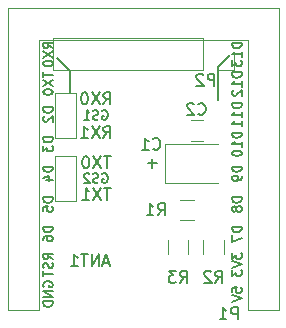
<source format=gbr>
G04 #@! TF.FileFunction,Legend,Bot*
%FSLAX46Y46*%
G04 Gerber Fmt 4.6, Leading zero omitted, Abs format (unit mm)*
G04 Created by KiCad (PCBNEW 4.0.6) date 08/13/17 18:46:42*
%MOMM*%
%LPD*%
G01*
G04 APERTURE LIST*
%ADD10C,0.100000*%
%ADD11C,0.150000*%
%ADD12C,0.120000*%
G04 APERTURE END LIST*
D10*
D11*
X152541952Y-77096429D02*
X151780047Y-77096429D01*
X152160999Y-77477381D02*
X152160999Y-76715476D01*
X148639095Y-79167381D02*
X148067666Y-79167381D01*
X148353381Y-80167381D02*
X148353381Y-79167381D01*
X147829571Y-79167381D02*
X147162904Y-80167381D01*
X147162904Y-79167381D02*
X147829571Y-80167381D01*
X146258142Y-80167381D02*
X146829571Y-80167381D01*
X146543857Y-80167381D02*
X146543857Y-79167381D01*
X146639095Y-79310238D01*
X146734333Y-79405476D01*
X146829571Y-79453095D01*
X148639095Y-76507381D02*
X148067666Y-76507381D01*
X148353381Y-77507381D02*
X148353381Y-76507381D01*
X147829571Y-76507381D02*
X147162904Y-77507381D01*
X147162904Y-76507381D02*
X147829571Y-77507381D01*
X146591476Y-76507381D02*
X146496237Y-76507381D01*
X146400999Y-76555000D01*
X146353380Y-76602619D01*
X146305761Y-76697857D01*
X146258142Y-76888333D01*
X146258142Y-77126429D01*
X146305761Y-77316905D01*
X146353380Y-77412143D01*
X146400999Y-77459762D01*
X146496237Y-77507381D01*
X146591476Y-77507381D01*
X146686714Y-77459762D01*
X146734333Y-77412143D01*
X146781952Y-77316905D01*
X146829571Y-77126429D01*
X146829571Y-76888333D01*
X146781952Y-76697857D01*
X146734333Y-76602619D01*
X146686714Y-76555000D01*
X146591476Y-76507381D01*
X148043857Y-74957381D02*
X148377191Y-74481190D01*
X148615286Y-74957381D02*
X148615286Y-73957381D01*
X148234333Y-73957381D01*
X148139095Y-74005000D01*
X148091476Y-74052619D01*
X148043857Y-74147857D01*
X148043857Y-74290714D01*
X148091476Y-74385952D01*
X148139095Y-74433571D01*
X148234333Y-74481190D01*
X148615286Y-74481190D01*
X147710524Y-73957381D02*
X147043857Y-74957381D01*
X147043857Y-73957381D02*
X147710524Y-74957381D01*
X146139095Y-74957381D02*
X146710524Y-74957381D01*
X146424810Y-74957381D02*
X146424810Y-73957381D01*
X146520048Y-74100238D01*
X146615286Y-74195476D01*
X146710524Y-74243095D01*
X148043857Y-72097381D02*
X148377191Y-71621190D01*
X148615286Y-72097381D02*
X148615286Y-71097381D01*
X148234333Y-71097381D01*
X148139095Y-71145000D01*
X148091476Y-71192619D01*
X148043857Y-71287857D01*
X148043857Y-71430714D01*
X148091476Y-71525952D01*
X148139095Y-71573571D01*
X148234333Y-71621190D01*
X148615286Y-71621190D01*
X147710524Y-71097381D02*
X147043857Y-72097381D01*
X147043857Y-71097381D02*
X147710524Y-72097381D01*
X146472429Y-71097381D02*
X146377190Y-71097381D01*
X146281952Y-71145000D01*
X146234333Y-71192619D01*
X146186714Y-71287857D01*
X146139095Y-71478333D01*
X146139095Y-71716429D01*
X146186714Y-71906905D01*
X146234333Y-72002143D01*
X146281952Y-72049762D01*
X146377190Y-72097381D01*
X146472429Y-72097381D01*
X146567667Y-72049762D01*
X146615286Y-72002143D01*
X146662905Y-71906905D01*
X146710524Y-71716429D01*
X146710524Y-71478333D01*
X146662905Y-71287857D01*
X146615286Y-71192619D01*
X146567667Y-71145000D01*
X146472429Y-71097381D01*
D12*
X145731000Y-71125000D02*
X145731000Y-74945000D01*
X145731000Y-74945000D02*
X143951000Y-74945000D01*
X143951000Y-74945000D02*
X143951000Y-71125000D01*
X145731000Y-71125000D02*
X143951000Y-71125000D01*
X153221000Y-78765000D02*
X157771000Y-78765000D01*
X153221000Y-75465000D02*
X157771000Y-75465000D01*
X153221000Y-78765000D02*
X153221000Y-75465000D01*
X156461000Y-75175000D02*
X155461000Y-75175000D01*
X155461000Y-73475000D02*
X156461000Y-73475000D01*
X145731000Y-76485000D02*
X145731000Y-80305000D01*
X145731000Y-80305000D02*
X143951000Y-80305000D01*
X143951000Y-80305000D02*
X143951000Y-76485000D01*
X145731000Y-76485000D02*
X143951000Y-76485000D01*
X156491000Y-69175000D02*
X143731000Y-69175000D01*
X143731000Y-69175000D02*
X143731000Y-66515000D01*
X143731000Y-66515000D02*
X156491000Y-66515000D01*
X156491000Y-66515000D02*
X156491000Y-69175000D01*
X157761000Y-69175000D02*
X159091000Y-69175000D01*
X159091000Y-69175000D02*
X159091000Y-67845000D01*
X154481000Y-81935000D02*
X155681000Y-81935000D01*
X155681000Y-80175000D02*
X154481000Y-80175000D01*
X158231000Y-84765000D02*
X158231000Y-83565000D01*
X156471000Y-83565000D02*
X156471000Y-84765000D01*
X155231000Y-84765000D02*
X155231000Y-83565000D01*
X153471000Y-83565000D02*
X153471000Y-84765000D01*
D11*
X145171000Y-69265000D02*
X144071000Y-68165000D01*
X145171000Y-69265000D02*
X145171000Y-71065000D01*
X158771000Y-67965000D02*
X157771000Y-68965000D01*
X157771000Y-68965000D02*
X157771000Y-71765000D01*
D12*
X139921000Y-89495000D02*
X139921000Y-63975000D01*
X139921000Y-63975000D02*
X162901000Y-63975000D01*
X162901000Y-89495000D02*
X162901000Y-63975000D01*
X160241000Y-89495000D02*
X160241000Y-66635000D01*
X160241000Y-66635000D02*
X142581000Y-66635000D01*
X142581000Y-89495000D02*
X142581000Y-66635000D01*
X142581000Y-89495000D02*
X142581000Y-82685000D01*
X162901000Y-89495000D02*
X160241000Y-89495000D01*
X139921000Y-89495000D02*
X142581000Y-89495000D01*
X162901000Y-67845000D02*
X162901000Y-66515000D01*
D11*
X147953381Y-72635000D02*
X148029572Y-72596905D01*
X148143857Y-72596905D01*
X148258143Y-72635000D01*
X148334334Y-72711190D01*
X148372429Y-72787381D01*
X148410524Y-72939762D01*
X148410524Y-73054048D01*
X148372429Y-73206429D01*
X148334334Y-73282619D01*
X148258143Y-73358810D01*
X148143857Y-73396905D01*
X148067667Y-73396905D01*
X147953381Y-73358810D01*
X147915286Y-73320714D01*
X147915286Y-73054048D01*
X148067667Y-73054048D01*
X147610524Y-73358810D02*
X147496238Y-73396905D01*
X147305762Y-73396905D01*
X147229572Y-73358810D01*
X147191476Y-73320714D01*
X147153381Y-73244524D01*
X147153381Y-73168333D01*
X147191476Y-73092143D01*
X147229572Y-73054048D01*
X147305762Y-73015952D01*
X147458143Y-72977857D01*
X147534334Y-72939762D01*
X147572429Y-72901667D01*
X147610524Y-72825476D01*
X147610524Y-72749286D01*
X147572429Y-72673095D01*
X147534334Y-72635000D01*
X147458143Y-72596905D01*
X147267667Y-72596905D01*
X147153381Y-72635000D01*
X146391476Y-73396905D02*
X146848619Y-73396905D01*
X146620048Y-73396905D02*
X146620048Y-72596905D01*
X146696238Y-72711190D01*
X146772429Y-72787381D01*
X146848619Y-72825476D01*
X152247666Y-75852143D02*
X152295285Y-75899762D01*
X152438142Y-75947381D01*
X152533380Y-75947381D01*
X152676238Y-75899762D01*
X152771476Y-75804524D01*
X152819095Y-75709286D01*
X152866714Y-75518810D01*
X152866714Y-75375952D01*
X152819095Y-75185476D01*
X152771476Y-75090238D01*
X152676238Y-74995000D01*
X152533380Y-74947381D01*
X152438142Y-74947381D01*
X152295285Y-74995000D01*
X152247666Y-75042619D01*
X151295285Y-75947381D02*
X151866714Y-75947381D01*
X151581000Y-75947381D02*
X151581000Y-74947381D01*
X151676238Y-75090238D01*
X151771476Y-75185476D01*
X151866714Y-75233095D01*
X156067666Y-72902143D02*
X156115285Y-72949762D01*
X156258142Y-72997381D01*
X156353380Y-72997381D01*
X156496238Y-72949762D01*
X156591476Y-72854524D01*
X156639095Y-72759286D01*
X156686714Y-72568810D01*
X156686714Y-72425952D01*
X156639095Y-72235476D01*
X156591476Y-72140238D01*
X156496238Y-72045000D01*
X156353380Y-71997381D01*
X156258142Y-71997381D01*
X156115285Y-72045000D01*
X156067666Y-72092619D01*
X155686714Y-72092619D02*
X155639095Y-72045000D01*
X155543857Y-71997381D01*
X155305761Y-71997381D01*
X155210523Y-72045000D01*
X155162904Y-72092619D01*
X155115285Y-72187857D01*
X155115285Y-72283095D01*
X155162904Y-72425952D01*
X155734333Y-72997381D01*
X155115285Y-72997381D01*
X147953381Y-77995000D02*
X148029572Y-77956905D01*
X148143857Y-77956905D01*
X148258143Y-77995000D01*
X148334334Y-78071190D01*
X148372429Y-78147381D01*
X148410524Y-78299762D01*
X148410524Y-78414048D01*
X148372429Y-78566429D01*
X148334334Y-78642619D01*
X148258143Y-78718810D01*
X148143857Y-78756905D01*
X148067667Y-78756905D01*
X147953381Y-78718810D01*
X147915286Y-78680714D01*
X147915286Y-78414048D01*
X148067667Y-78414048D01*
X147610524Y-78718810D02*
X147496238Y-78756905D01*
X147305762Y-78756905D01*
X147229572Y-78718810D01*
X147191476Y-78680714D01*
X147153381Y-78604524D01*
X147153381Y-78528333D01*
X147191476Y-78452143D01*
X147229572Y-78414048D01*
X147305762Y-78375952D01*
X147458143Y-78337857D01*
X147534334Y-78299762D01*
X147572429Y-78261667D01*
X147610524Y-78185476D01*
X147610524Y-78109286D01*
X147572429Y-78033095D01*
X147534334Y-77995000D01*
X147458143Y-77956905D01*
X147267667Y-77956905D01*
X147153381Y-77995000D01*
X146848619Y-78033095D02*
X146810524Y-77995000D01*
X146734333Y-77956905D01*
X146543857Y-77956905D01*
X146467667Y-77995000D01*
X146429571Y-78033095D01*
X146391476Y-78109286D01*
X146391476Y-78185476D01*
X146429571Y-78299762D01*
X146886714Y-78756905D01*
X146391476Y-78756905D01*
X157439095Y-70517381D02*
X157439095Y-69517381D01*
X157058142Y-69517381D01*
X156962904Y-69565000D01*
X156915285Y-69612619D01*
X156867666Y-69707857D01*
X156867666Y-69850714D01*
X156915285Y-69945952D01*
X156962904Y-69993571D01*
X157058142Y-70041190D01*
X157439095Y-70041190D01*
X156486714Y-69612619D02*
X156439095Y-69565000D01*
X156343857Y-69517381D01*
X156105761Y-69517381D01*
X156010523Y-69565000D01*
X155962904Y-69612619D01*
X155915285Y-69707857D01*
X155915285Y-69803095D01*
X155962904Y-69945952D01*
X156534333Y-70517381D01*
X155915285Y-70517381D01*
X152647666Y-81497381D02*
X152981000Y-81021190D01*
X153219095Y-81497381D02*
X153219095Y-80497381D01*
X152838142Y-80497381D01*
X152742904Y-80545000D01*
X152695285Y-80592619D01*
X152647666Y-80687857D01*
X152647666Y-80830714D01*
X152695285Y-80925952D01*
X152742904Y-80973571D01*
X152838142Y-81021190D01*
X153219095Y-81021190D01*
X151695285Y-81497381D02*
X152266714Y-81497381D01*
X151981000Y-81497381D02*
X151981000Y-80497381D01*
X152076238Y-80640238D01*
X152171476Y-80735476D01*
X152266714Y-80783095D01*
X157527666Y-87207381D02*
X157861000Y-86731190D01*
X158099095Y-87207381D02*
X158099095Y-86207381D01*
X157718142Y-86207381D01*
X157622904Y-86255000D01*
X157575285Y-86302619D01*
X157527666Y-86397857D01*
X157527666Y-86540714D01*
X157575285Y-86635952D01*
X157622904Y-86683571D01*
X157718142Y-86731190D01*
X158099095Y-86731190D01*
X157146714Y-86302619D02*
X157099095Y-86255000D01*
X157003857Y-86207381D01*
X156765761Y-86207381D01*
X156670523Y-86255000D01*
X156622904Y-86302619D01*
X156575285Y-86397857D01*
X156575285Y-86493095D01*
X156622904Y-86635952D01*
X157194333Y-87207381D01*
X156575285Y-87207381D01*
X154517666Y-87207381D02*
X154851000Y-86731190D01*
X155089095Y-87207381D02*
X155089095Y-86207381D01*
X154708142Y-86207381D01*
X154612904Y-86255000D01*
X154565285Y-86302619D01*
X154517666Y-86397857D01*
X154517666Y-86540714D01*
X154565285Y-86635952D01*
X154612904Y-86683571D01*
X154708142Y-86731190D01*
X155089095Y-86731190D01*
X154184333Y-86207381D02*
X153565285Y-86207381D01*
X153898619Y-86588333D01*
X153755761Y-86588333D01*
X153660523Y-86635952D01*
X153612904Y-86683571D01*
X153565285Y-86778810D01*
X153565285Y-87016905D01*
X153612904Y-87112143D01*
X153660523Y-87159762D01*
X153755761Y-87207381D01*
X154041476Y-87207381D01*
X154136714Y-87159762D01*
X154184333Y-87112143D01*
X148530048Y-85511667D02*
X148053857Y-85511667D01*
X148625286Y-85797381D02*
X148291953Y-84797381D01*
X147958619Y-85797381D01*
X147625286Y-85797381D02*
X147625286Y-84797381D01*
X147053857Y-85797381D01*
X147053857Y-84797381D01*
X146720524Y-84797381D02*
X146149095Y-84797381D01*
X146434810Y-85797381D02*
X146434810Y-84797381D01*
X145291952Y-85797381D02*
X145863381Y-85797381D01*
X145577667Y-85797381D02*
X145577667Y-84797381D01*
X145672905Y-84940238D01*
X145768143Y-85035476D01*
X145863381Y-85083095D01*
X159399095Y-90307381D02*
X159399095Y-89307381D01*
X159018142Y-89307381D01*
X158922904Y-89355000D01*
X158875285Y-89402619D01*
X158827666Y-89497857D01*
X158827666Y-89640714D01*
X158875285Y-89735952D01*
X158922904Y-89783571D01*
X159018142Y-89831190D01*
X159399095Y-89831190D01*
X157875285Y-90307381D02*
X158446714Y-90307381D01*
X158161000Y-90307381D02*
X158161000Y-89307381D01*
X158256238Y-89450238D01*
X158351476Y-89545476D01*
X158446714Y-89593095D01*
X142971000Y-87555477D02*
X142932905Y-87479286D01*
X142932905Y-87365001D01*
X142971000Y-87250715D01*
X143047190Y-87174524D01*
X143123381Y-87136429D01*
X143275762Y-87098334D01*
X143390048Y-87098334D01*
X143542429Y-87136429D01*
X143618619Y-87174524D01*
X143694810Y-87250715D01*
X143732905Y-87365001D01*
X143732905Y-87441191D01*
X143694810Y-87555477D01*
X143656714Y-87593572D01*
X143390048Y-87593572D01*
X143390048Y-87441191D01*
X143732905Y-87936429D02*
X142932905Y-87936429D01*
X143732905Y-88393572D01*
X142932905Y-88393572D01*
X143732905Y-88774524D02*
X142932905Y-88774524D01*
X142932905Y-88965000D01*
X142971000Y-89079286D01*
X143047190Y-89155477D01*
X143123381Y-89193572D01*
X143275762Y-89231667D01*
X143390048Y-89231667D01*
X143542429Y-89193572D01*
X143618619Y-89155477D01*
X143694810Y-89079286D01*
X143732905Y-88965000D01*
X143732905Y-88774524D01*
X143732905Y-85226905D02*
X143351952Y-84960238D01*
X143732905Y-84769762D02*
X142932905Y-84769762D01*
X142932905Y-85074524D01*
X142971000Y-85150715D01*
X143009095Y-85188810D01*
X143085286Y-85226905D01*
X143199571Y-85226905D01*
X143275762Y-85188810D01*
X143313857Y-85150715D01*
X143351952Y-85074524D01*
X143351952Y-84769762D01*
X143694810Y-85531667D02*
X143732905Y-85645953D01*
X143732905Y-85836429D01*
X143694810Y-85912619D01*
X143656714Y-85950715D01*
X143580524Y-85988810D01*
X143504333Y-85988810D01*
X143428143Y-85950715D01*
X143390048Y-85912619D01*
X143351952Y-85836429D01*
X143313857Y-85684048D01*
X143275762Y-85607857D01*
X143237667Y-85569762D01*
X143161476Y-85531667D01*
X143085286Y-85531667D01*
X143009095Y-85569762D01*
X142971000Y-85607857D01*
X142932905Y-85684048D01*
X142932905Y-85874524D01*
X142971000Y-85988810D01*
X142932905Y-86217381D02*
X142932905Y-86674524D01*
X143732905Y-86445953D02*
X142932905Y-86445953D01*
X143732905Y-82474524D02*
X142932905Y-82474524D01*
X142932905Y-82665000D01*
X142971000Y-82779286D01*
X143047190Y-82855477D01*
X143123381Y-82893572D01*
X143275762Y-82931667D01*
X143390048Y-82931667D01*
X143542429Y-82893572D01*
X143618619Y-82855477D01*
X143694810Y-82779286D01*
X143732905Y-82665000D01*
X143732905Y-82474524D01*
X142932905Y-83617381D02*
X142932905Y-83465000D01*
X142971000Y-83388810D01*
X143009095Y-83350715D01*
X143123381Y-83274524D01*
X143275762Y-83236429D01*
X143580524Y-83236429D01*
X143656714Y-83274524D01*
X143694810Y-83312619D01*
X143732905Y-83388810D01*
X143732905Y-83541191D01*
X143694810Y-83617381D01*
X143656714Y-83655477D01*
X143580524Y-83693572D01*
X143390048Y-83693572D01*
X143313857Y-83655477D01*
X143275762Y-83617381D01*
X143237667Y-83541191D01*
X143237667Y-83388810D01*
X143275762Y-83312619D01*
X143313857Y-83274524D01*
X143390048Y-83236429D01*
X143732905Y-79974524D02*
X142932905Y-79974524D01*
X142932905Y-80165000D01*
X142971000Y-80279286D01*
X143047190Y-80355477D01*
X143123381Y-80393572D01*
X143275762Y-80431667D01*
X143390048Y-80431667D01*
X143542429Y-80393572D01*
X143618619Y-80355477D01*
X143694810Y-80279286D01*
X143732905Y-80165000D01*
X143732905Y-79974524D01*
X142932905Y-81155477D02*
X142932905Y-80774524D01*
X143313857Y-80736429D01*
X143275762Y-80774524D01*
X143237667Y-80850715D01*
X143237667Y-81041191D01*
X143275762Y-81117381D01*
X143313857Y-81155477D01*
X143390048Y-81193572D01*
X143580524Y-81193572D01*
X143656714Y-81155477D01*
X143694810Y-81117381D01*
X143732905Y-81041191D01*
X143732905Y-80850715D01*
X143694810Y-80774524D01*
X143656714Y-80736429D01*
X143732905Y-77374524D02*
X142932905Y-77374524D01*
X142932905Y-77565000D01*
X142971000Y-77679286D01*
X143047190Y-77755477D01*
X143123381Y-77793572D01*
X143275762Y-77831667D01*
X143390048Y-77831667D01*
X143542429Y-77793572D01*
X143618619Y-77755477D01*
X143694810Y-77679286D01*
X143732905Y-77565000D01*
X143732905Y-77374524D01*
X143199571Y-78517381D02*
X143732905Y-78517381D01*
X142894810Y-78326905D02*
X143466238Y-78136429D01*
X143466238Y-78631667D01*
X143732905Y-74874524D02*
X142932905Y-74874524D01*
X142932905Y-75065000D01*
X142971000Y-75179286D01*
X143047190Y-75255477D01*
X143123381Y-75293572D01*
X143275762Y-75331667D01*
X143390048Y-75331667D01*
X143542429Y-75293572D01*
X143618619Y-75255477D01*
X143694810Y-75179286D01*
X143732905Y-75065000D01*
X143732905Y-74874524D01*
X142932905Y-75598334D02*
X142932905Y-76093572D01*
X143237667Y-75826905D01*
X143237667Y-75941191D01*
X143275762Y-76017381D01*
X143313857Y-76055477D01*
X143390048Y-76093572D01*
X143580524Y-76093572D01*
X143656714Y-76055477D01*
X143694810Y-76017381D01*
X143732905Y-75941191D01*
X143732905Y-75712619D01*
X143694810Y-75636429D01*
X143656714Y-75598334D01*
X143732905Y-72374524D02*
X142932905Y-72374524D01*
X142932905Y-72565000D01*
X142971000Y-72679286D01*
X143047190Y-72755477D01*
X143123381Y-72793572D01*
X143275762Y-72831667D01*
X143390048Y-72831667D01*
X143542429Y-72793572D01*
X143618619Y-72755477D01*
X143694810Y-72679286D01*
X143732905Y-72565000D01*
X143732905Y-72374524D01*
X143009095Y-73136429D02*
X142971000Y-73174524D01*
X142932905Y-73250715D01*
X142932905Y-73441191D01*
X142971000Y-73517381D01*
X143009095Y-73555477D01*
X143085286Y-73593572D01*
X143161476Y-73593572D01*
X143275762Y-73555477D01*
X143732905Y-73098334D01*
X143732905Y-73593572D01*
X142932905Y-69374523D02*
X142932905Y-69831666D01*
X143732905Y-69603095D02*
X142932905Y-69603095D01*
X142932905Y-70022143D02*
X143732905Y-70555476D01*
X142932905Y-70555476D02*
X143732905Y-70022143D01*
X142932905Y-71012619D02*
X142932905Y-71088810D01*
X142971000Y-71165000D01*
X143009095Y-71203095D01*
X143085286Y-71241191D01*
X143237667Y-71279286D01*
X143428143Y-71279286D01*
X143580524Y-71241191D01*
X143656714Y-71203095D01*
X143694810Y-71165000D01*
X143732905Y-71088810D01*
X143732905Y-71012619D01*
X143694810Y-70936429D01*
X143656714Y-70898333D01*
X143580524Y-70860238D01*
X143428143Y-70822143D01*
X143237667Y-70822143D01*
X143085286Y-70860238D01*
X143009095Y-70898333D01*
X142971000Y-70936429D01*
X142932905Y-71012619D01*
X143732905Y-67350714D02*
X143351952Y-67084047D01*
X143732905Y-66893571D02*
X142932905Y-66893571D01*
X142932905Y-67198333D01*
X142971000Y-67274524D01*
X143009095Y-67312619D01*
X143085286Y-67350714D01*
X143199571Y-67350714D01*
X143275762Y-67312619D01*
X143313857Y-67274524D01*
X143351952Y-67198333D01*
X143351952Y-66893571D01*
X142932905Y-67617381D02*
X143732905Y-68150714D01*
X142932905Y-68150714D02*
X143732905Y-67617381D01*
X142932905Y-68607857D02*
X142932905Y-68684048D01*
X142971000Y-68760238D01*
X143009095Y-68798333D01*
X143085286Y-68836429D01*
X143237667Y-68874524D01*
X143428143Y-68874524D01*
X143580524Y-68836429D01*
X143656714Y-68798333D01*
X143694810Y-68760238D01*
X143732905Y-68684048D01*
X143732905Y-68607857D01*
X143694810Y-68531667D01*
X143656714Y-68493571D01*
X143580524Y-68455476D01*
X143428143Y-68417381D01*
X143237667Y-68417381D01*
X143085286Y-68455476D01*
X143009095Y-68493571D01*
X142971000Y-68531667D01*
X142932905Y-68607857D01*
X159732905Y-66893571D02*
X158932905Y-66893571D01*
X158932905Y-67084047D01*
X158971000Y-67198333D01*
X159047190Y-67274524D01*
X159123381Y-67312619D01*
X159275762Y-67350714D01*
X159390048Y-67350714D01*
X159542429Y-67312619D01*
X159618619Y-67274524D01*
X159694810Y-67198333D01*
X159732905Y-67084047D01*
X159732905Y-66893571D01*
X159732905Y-68112619D02*
X159732905Y-67655476D01*
X159732905Y-67884047D02*
X158932905Y-67884047D01*
X159047190Y-67807857D01*
X159123381Y-67731666D01*
X159161476Y-67655476D01*
X158932905Y-68379286D02*
X158932905Y-68874524D01*
X159237667Y-68607857D01*
X159237667Y-68722143D01*
X159275762Y-68798333D01*
X159313857Y-68836429D01*
X159390048Y-68874524D01*
X159580524Y-68874524D01*
X159656714Y-68836429D01*
X159694810Y-68798333D01*
X159732905Y-68722143D01*
X159732905Y-68493571D01*
X159694810Y-68417381D01*
X159656714Y-68379286D01*
X159732905Y-69393571D02*
X158932905Y-69393571D01*
X158932905Y-69584047D01*
X158971000Y-69698333D01*
X159047190Y-69774524D01*
X159123381Y-69812619D01*
X159275762Y-69850714D01*
X159390048Y-69850714D01*
X159542429Y-69812619D01*
X159618619Y-69774524D01*
X159694810Y-69698333D01*
X159732905Y-69584047D01*
X159732905Y-69393571D01*
X159732905Y-70612619D02*
X159732905Y-70155476D01*
X159732905Y-70384047D02*
X158932905Y-70384047D01*
X159047190Y-70307857D01*
X159123381Y-70231666D01*
X159161476Y-70155476D01*
X159009095Y-70917381D02*
X158971000Y-70955476D01*
X158932905Y-71031667D01*
X158932905Y-71222143D01*
X158971000Y-71298333D01*
X159009095Y-71336429D01*
X159085286Y-71374524D01*
X159161476Y-71374524D01*
X159275762Y-71336429D01*
X159732905Y-70879286D01*
X159732905Y-71374524D01*
X159732905Y-71993571D02*
X158932905Y-71993571D01*
X158932905Y-72184047D01*
X158971000Y-72298333D01*
X159047190Y-72374524D01*
X159123381Y-72412619D01*
X159275762Y-72450714D01*
X159390048Y-72450714D01*
X159542429Y-72412619D01*
X159618619Y-72374524D01*
X159694810Y-72298333D01*
X159732905Y-72184047D01*
X159732905Y-71993571D01*
X159732905Y-73212619D02*
X159732905Y-72755476D01*
X159732905Y-72984047D02*
X158932905Y-72984047D01*
X159047190Y-72907857D01*
X159123381Y-72831666D01*
X159161476Y-72755476D01*
X159732905Y-73974524D02*
X159732905Y-73517381D01*
X159732905Y-73745952D02*
X158932905Y-73745952D01*
X159047190Y-73669762D01*
X159123381Y-73593571D01*
X159161476Y-73517381D01*
X159732905Y-74493571D02*
X158932905Y-74493571D01*
X158932905Y-74684047D01*
X158971000Y-74798333D01*
X159047190Y-74874524D01*
X159123381Y-74912619D01*
X159275762Y-74950714D01*
X159390048Y-74950714D01*
X159542429Y-74912619D01*
X159618619Y-74874524D01*
X159694810Y-74798333D01*
X159732905Y-74684047D01*
X159732905Y-74493571D01*
X159732905Y-75712619D02*
X159732905Y-75255476D01*
X159732905Y-75484047D02*
X158932905Y-75484047D01*
X159047190Y-75407857D01*
X159123381Y-75331666D01*
X159161476Y-75255476D01*
X158932905Y-76207857D02*
X158932905Y-76284048D01*
X158971000Y-76360238D01*
X159009095Y-76398333D01*
X159085286Y-76436429D01*
X159237667Y-76474524D01*
X159428143Y-76474524D01*
X159580524Y-76436429D01*
X159656714Y-76398333D01*
X159694810Y-76360238D01*
X159732905Y-76284048D01*
X159732905Y-76207857D01*
X159694810Y-76131667D01*
X159656714Y-76093571D01*
X159580524Y-76055476D01*
X159428143Y-76017381D01*
X159237667Y-76017381D01*
X159085286Y-76055476D01*
X159009095Y-76093571D01*
X158971000Y-76131667D01*
X158932905Y-76207857D01*
X159732905Y-77374524D02*
X158932905Y-77374524D01*
X158932905Y-77565000D01*
X158971000Y-77679286D01*
X159047190Y-77755477D01*
X159123381Y-77793572D01*
X159275762Y-77831667D01*
X159390048Y-77831667D01*
X159542429Y-77793572D01*
X159618619Y-77755477D01*
X159694810Y-77679286D01*
X159732905Y-77565000D01*
X159732905Y-77374524D01*
X159732905Y-78212619D02*
X159732905Y-78365000D01*
X159694810Y-78441191D01*
X159656714Y-78479286D01*
X159542429Y-78555477D01*
X159390048Y-78593572D01*
X159085286Y-78593572D01*
X159009095Y-78555477D01*
X158971000Y-78517381D01*
X158932905Y-78441191D01*
X158932905Y-78288810D01*
X158971000Y-78212619D01*
X159009095Y-78174524D01*
X159085286Y-78136429D01*
X159275762Y-78136429D01*
X159351952Y-78174524D01*
X159390048Y-78212619D01*
X159428143Y-78288810D01*
X159428143Y-78441191D01*
X159390048Y-78517381D01*
X159351952Y-78555477D01*
X159275762Y-78593572D01*
X159732905Y-79974524D02*
X158932905Y-79974524D01*
X158932905Y-80165000D01*
X158971000Y-80279286D01*
X159047190Y-80355477D01*
X159123381Y-80393572D01*
X159275762Y-80431667D01*
X159390048Y-80431667D01*
X159542429Y-80393572D01*
X159618619Y-80355477D01*
X159694810Y-80279286D01*
X159732905Y-80165000D01*
X159732905Y-79974524D01*
X159275762Y-80888810D02*
X159237667Y-80812619D01*
X159199571Y-80774524D01*
X159123381Y-80736429D01*
X159085286Y-80736429D01*
X159009095Y-80774524D01*
X158971000Y-80812619D01*
X158932905Y-80888810D01*
X158932905Y-81041191D01*
X158971000Y-81117381D01*
X159009095Y-81155477D01*
X159085286Y-81193572D01*
X159123381Y-81193572D01*
X159199571Y-81155477D01*
X159237667Y-81117381D01*
X159275762Y-81041191D01*
X159275762Y-80888810D01*
X159313857Y-80812619D01*
X159351952Y-80774524D01*
X159428143Y-80736429D01*
X159580524Y-80736429D01*
X159656714Y-80774524D01*
X159694810Y-80812619D01*
X159732905Y-80888810D01*
X159732905Y-81041191D01*
X159694810Y-81117381D01*
X159656714Y-81155477D01*
X159580524Y-81193572D01*
X159428143Y-81193572D01*
X159351952Y-81155477D01*
X159313857Y-81117381D01*
X159275762Y-81041191D01*
X159732905Y-82474524D02*
X158932905Y-82474524D01*
X158932905Y-82665000D01*
X158971000Y-82779286D01*
X159047190Y-82855477D01*
X159123381Y-82893572D01*
X159275762Y-82931667D01*
X159390048Y-82931667D01*
X159542429Y-82893572D01*
X159618619Y-82855477D01*
X159694810Y-82779286D01*
X159732905Y-82665000D01*
X159732905Y-82474524D01*
X158932905Y-83198334D02*
X158932905Y-83731667D01*
X159732905Y-83388810D01*
X158932905Y-84674524D02*
X158932905Y-85169762D01*
X159237667Y-84903095D01*
X159237667Y-85017381D01*
X159275762Y-85093571D01*
X159313857Y-85131667D01*
X159390048Y-85169762D01*
X159580524Y-85169762D01*
X159656714Y-85131667D01*
X159694810Y-85093571D01*
X159732905Y-85017381D01*
X159732905Y-84788809D01*
X159694810Y-84712619D01*
X159656714Y-84674524D01*
X158932905Y-85398333D02*
X159732905Y-85665000D01*
X158932905Y-85931667D01*
X158932905Y-86122143D02*
X158932905Y-86617381D01*
X159237667Y-86350714D01*
X159237667Y-86465000D01*
X159275762Y-86541190D01*
X159313857Y-86579286D01*
X159390048Y-86617381D01*
X159580524Y-86617381D01*
X159656714Y-86579286D01*
X159694810Y-86541190D01*
X159732905Y-86465000D01*
X159732905Y-86236428D01*
X159694810Y-86160238D01*
X159656714Y-86122143D01*
X158932905Y-88012620D02*
X158932905Y-87631667D01*
X159313857Y-87593572D01*
X159275762Y-87631667D01*
X159237667Y-87707858D01*
X159237667Y-87898334D01*
X159275762Y-87974524D01*
X159313857Y-88012620D01*
X159390048Y-88050715D01*
X159580524Y-88050715D01*
X159656714Y-88012620D01*
X159694810Y-87974524D01*
X159732905Y-87898334D01*
X159732905Y-87707858D01*
X159694810Y-87631667D01*
X159656714Y-87593572D01*
X158932905Y-88279286D02*
X159732905Y-88545953D01*
X158932905Y-88812620D01*
M02*

</source>
